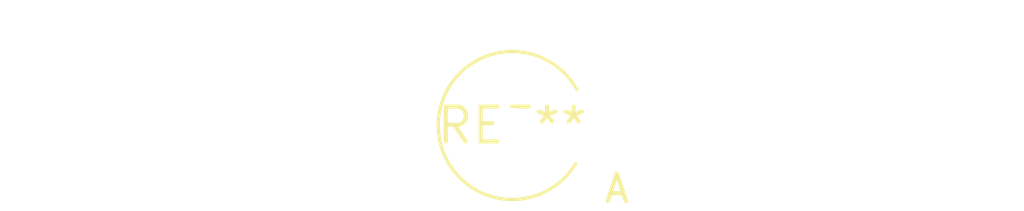
<source format=kicad_pcb>
(kicad_pcb (version 20240108) (generator pcbnew)
  (layers (0 "F.Cu" signal) (31 "B.Cu" signal) (34 "B.Paste" user) (35 "F.Paste" user) (36 "B.SilkS" user "B.Silkscreen") (37 "F.SilkS" user "F.Silkscreen") (38 "B.Mask" user) (39 "F.Mask" user) (44 "Edge.Cuts" user))
  (net 0 "")
  (footprint "D_DO-201_P3.81mm_Vertical_AnodeUp" (layer "F.Cu") (at 0 0)
    (property "Reference" "REF**")
    (property "Value" "D_DO-201_P3.81mm_Vertical_AnodeUp")
    (fp_arc (start 2.30942 1.390181) (mid -2.695054 -0.052035) (end 2.361361 -1.3) (layer "F.SilkS") (stroke (width 0.12)))
    (fp_text user "A" (at 3.81 2.3 0) (layer "F.SilkS"))
    (pad "1" thru_hole rect (at 0 0) (size 2.6 2.6) (drill 1.3) (layers *.Cu *.Mask) (remove_unused_layers))
    (pad "2" thru_hole oval (at 3.81 0) (size 2.6 2.6) (drill 1.3) (layers *.Cu *.Mask) (remove_unused_layers))
  )
)
</source>
